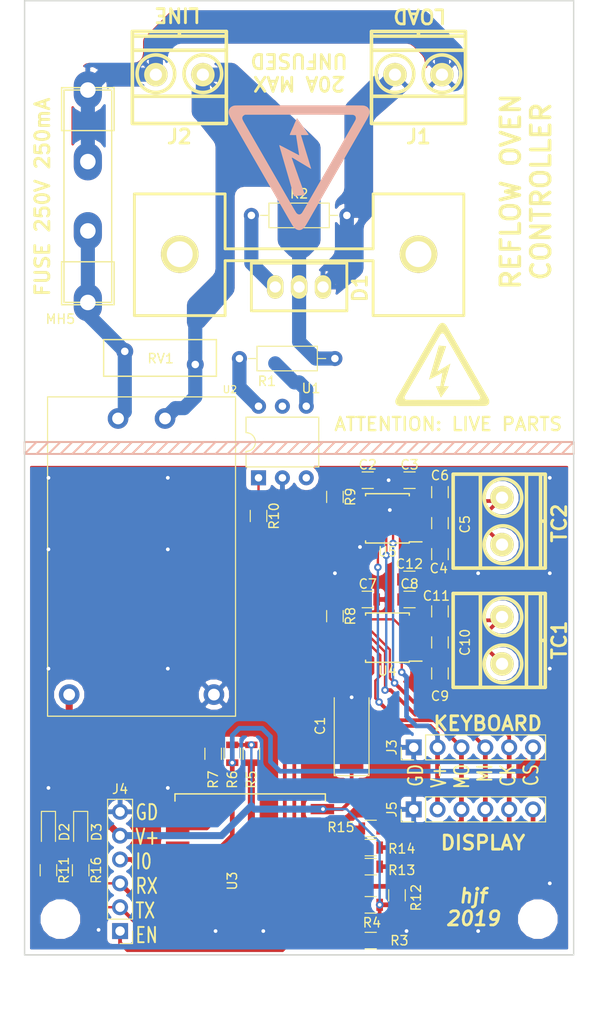
<source format=kicad_pcb>
(kicad_pcb (version 20171130) (host pcbnew "(5.0.2)-1")
  (layers (0 F.Cu signal) (31 B.Cu signal) (34 B.Paste user hide) (35 F.Paste user hide) (36 B.SilkS user) (37 F.SilkS user) (38 B.Mask user hide) (39 F.Mask user) (44 Edge.Cuts user))
  (net 0 "")
  (net 1 "Net-(D1-Pad3)")
  (net 2 /LOAD)
  (net 3 "Net-(R1-Pad2)")
  (net 4 VDD)
  (net 5 "Net-(R4-Pad1)")
  (net 6 GND)
  (net 7 "Net-(R13-Pad1)")
  (net 8 "Net-(R14-Pad1)")
  (net 9 "Net-(J4-Pad4)")
  (net 10 "Net-(J4-Pad3)")
  (net 11 "Net-(J4-Pad2)")
  (net 12 "Net-(J4-Pad1)")
  (net 13 MOSI)
  (net 14 MISO)
  (net 15 MCLK)
  (net 16 "Net-(C4-Pad2)")
  (net 17 "Net-(C5-Pad2)")
  (net 18 ~CS_T1)
  (net 19 "Net-(C10-Pad1)")
  (net 20 "Net-(C10-Pad2)")
  (net 21 ~CS_T2)
  (net 22 "Net-(R10-Pad2)")
  (net 23 "Net-(R10-Pad1)")
  (net 24 LIVE)
  (net 25 "Net-(F1-Pad2)")
  (net 26 NEUTRAL)
  (net 27 "Net-(D2-Pad2)")
  (net 28 "Net-(D3-Pad2)")
  (net 29 CS_AUX)
  (net 30 "Net-(J5-Pad6)")
  (net 31 "Net-(R15-Pad2)")
  (module w_to:to220_std_14cw (layer F.Cu) (at 151.13 50.8)
    (fp_text reference D1 (at 6.477 0.127 90) (layer F.SilkS) (effects (font (size 1.5 1.5) (thickness 0.3))))
    (fp_text value Q_TRIAC_A1A2G hide)
    (pad "" thru_hole circle (at -12.7 -3.49) (size 4 4) (drill 2.75) (layers *.Cu *.Mask F.SilkS))
    (pad "" thru_hole circle (at 12.7 -3.4925) (size 4 4) (drill 2.75) (layers *.Cu *.Mask F.SilkS))
    (pad 1 thru_hole oval (at -2.54 0) (size 1.75 2.5) (drill 1.2) (layers *.Cu *.Mask F.SilkS) (net 2 /LOAD))
    (pad 2 thru_hole oval (at 0 0) (size 1.75 2.5) (drill 1.2) (layers *.Cu *.Mask F.SilkS) (net 24 LIVE))
    (pad 3 thru_hole oval (at 2.54 0) (size 1.75 2.5) (drill 1.2) (layers *.Cu *.Mask F.SilkS) (net 1 "Net-(D1-Pad3)"))
  )
  (module Resistors_SMD:R_0805 (layer F.Cu) (at 166.116 85.344 90)
    (fp_text reference C11 (at 1.651 -0.381 180) (layer F.SilkS))
    (fp_text value C)
    (pad 2 smd rect (at 0.95 0 90) (size 0.7 1.3) (layers F.Cu F.Paste F.Mask) (net 6 GND))
    (pad 1 smd rect (at -0.95 0 90) (size 0.7 1.3) (layers F.Cu F.Paste F.Mask) (net 20 "Net-(C10-Pad2)"))
  )
  (module Resistors_SMD:R_0805 (layer F.Cu) (at 158.43 84.074)
    (fp_text reference C7 (at 0 -1.65) (layer F.SilkS))
    (fp_text value C)
    (pad 1 smd rect (at -0.95 0) (size 0.7 1.3) (layers F.Cu F.Paste F.Mask) (net 4 VDD))
    (pad 2 smd rect (at 0.95 0) (size 0.7 1.3) (layers F.Cu F.Paste F.Mask) (net 6 GND))
  )
  (module Resistors_SMD:R_0805 (layer F.Cu) (at 162.88 84.074)
    (fp_text reference C8 (at 0 -1.65) (layer F.SilkS))
    (fp_text value C)
    (pad 2 smd rect (at 0.95 0) (size 0.7 1.3) (layers F.Cu F.Paste F.Mask) (net 6 GND))
    (pad 1 smd rect (at -0.95 0) (size 0.7 1.3) (layers F.Cu F.Paste F.Mask) (net 4 VDD))
  )
  (module Resistors_SMD:R_0805 (layer F.Cu) (at 166.116 91.948 90)
    (fp_text reference C9 (at -2.413 0 180) (layer F.SilkS))
    (fp_text value C)
    (pad 1 smd rect (at -0.95 0 90) (size 0.7 1.3) (layers F.Cu F.Paste F.Mask) (net 6 GND))
    (pad 2 smd rect (at 0.95 0 90) (size 0.7 1.3) (layers F.Cu F.Paste F.Mask) (net 19 "Net-(C10-Pad1)"))
  )
  (module Housings_SSOP:TSSOP-14_4.4x5mm_Pitch0.65mm (layer F.Cu) (at 160.528 88.138 180)
    (fp_text reference U4 (at 0 -3.55 180) (layer F.SilkS))
    (fp_text value MAX31856)
    (pad 14 smd rect (at 2.95 -1.95 180) (size 1.45 0.45) (layers F.Cu F.Paste F.Mask) (net 6 GND))
    (pad 13 smd rect (at 2.95 -1.3 180) (size 1.45 0.45) (layers F.Cu F.Paste F.Mask))
    (pad 12 smd rect (at 2.95 -0.65 180) (size 1.45 0.45) (layers F.Cu F.Paste F.Mask) (net 13 MOSI))
    (pad 11 smd rect (at 2.95 0 180) (size 1.45 0.45) (layers F.Cu F.Paste F.Mask) (net 14 MISO))
    (pad 10 smd rect (at 2.95 0.65 180) (size 1.45 0.45) (layers F.Cu F.Paste F.Mask) (net 15 MCLK))
    (pad 9 smd rect (at 2.95 1.3 180) (size 1.45 0.45) (layers F.Cu F.Paste F.Mask) (net 21 ~CS_T2))
    (pad 8 smd rect (at 2.95 1.95 180) (size 1.45 0.45) (layers F.Cu F.Paste F.Mask) (net 4 VDD))
    (pad 7 smd rect (at -2.95 1.95 180) (size 1.45 0.45) (layers F.Cu F.Paste F.Mask))
    (pad 6 smd rect (at -2.95 1.3 180) (size 1.45 0.45) (layers F.Cu F.Paste F.Mask))
    (pad 5 smd rect (at -2.95 0.65 180) (size 1.45 0.45) (layers F.Cu F.Paste F.Mask) (net 4 VDD))
    (pad 4 smd rect (at -2.95 0 180) (size 1.45 0.45) (layers F.Cu F.Paste F.Mask) (net 20 "Net-(C10-Pad2)"))
    (pad 3 smd rect (at -2.95 -0.65 180) (size 1.45 0.45) (layers F.Cu F.Paste F.Mask) (net 19 "Net-(C10-Pad1)"))
    (pad 2 smd rect (at -2.95 -1.3 180) (size 1.45 0.45) (layers F.Cu F.Paste F.Mask) (net 19 "Net-(C10-Pad1)"))
    (pad 1 smd rect (at -2.95 -1.95 180) (size 1.45 0.45) (layers F.Cu F.Paste F.Mask) (net 6 GND))
  )
  (module Resistors_SMD:R_0805 (layer F.Cu) (at 166.116 88.646 90)
    (fp_text reference C10 (at 0 2.667 90) (layer F.SilkS))
    (fp_text value C)
    (pad 1 smd rect (at -0.95 0 90) (size 0.7 1.3) (layers F.Cu F.Paste F.Mask) (net 19 "Net-(C10-Pad1)"))
    (pad 2 smd rect (at 0.95 0 90) (size 0.7 1.3) (layers F.Cu F.Paste F.Mask) (net 20 "Net-(C10-Pad2)"))
  )
  (module w_conn_mkds:mkds_1,5-2 (layer F.Cu) (at 172.72 88.432 90)
    (fp_text reference J7 hide)
    (fp_text value Screw_Terminal_01x02 hide)
    (pad 2 thru_hole circle (at 2.5 0 90) (size 2.5 2.5) (drill 1.3) (layers *.Cu *.Mask F.SilkS) (net 20 "Net-(C10-Pad2)"))
    (pad 1 thru_hole circle (at -2.5 0 90) (size 2.5 2.5) (drill 1.3) (layers *.Cu *.Mask F.SilkS) (net 19 "Net-(C10-Pad1)"))
  )
  (module Pin_Headers:Pin_Header_Straight_1x06_Pitch2.54mm (layer F.Cu) (at 132.08 119.38 180)
    (fp_text reference J4 (at 0 15.113 180) (layer F.SilkS))
    (fp_text value Conn_01x06_Female)
    (pad 6 thru_hole oval (at 0 12.7 180) (size 1.7 1.7) (drill 1) (layers *.Cu *.Mask) (net 6 GND))
    (pad 5 thru_hole oval (at 0 10.16 180) (size 1.7 1.7) (drill 1) (layers *.Cu *.Mask) (net 4 VDD))
    (pad 4 thru_hole oval (at 0 7.62 180) (size 1.7 1.7) (drill 1) (layers *.Cu *.Mask) (net 9 "Net-(J4-Pad4)"))
    (pad 3 thru_hole oval (at 0 5.08 180) (size 1.7 1.7) (drill 1) (layers *.Cu *.Mask) (net 10 "Net-(J4-Pad3)"))
    (pad 2 thru_hole oval (at 0 2.54 180) (size 1.7 1.7) (drill 1) (layers *.Cu *.Mask) (net 11 "Net-(J4-Pad2)"))
    (pad 1 thru_hole rect (at 0 0 180) (size 1.7 1.7) (drill 1) (layers *.Cu *.Mask) (net 12 "Net-(J4-Pad1)"))
  )
  (module ESP8266:ESP-12E_SMD (layer F.Cu) (at 152.908 120.396 180)
    (fp_text reference U3 (at 8.89 6.35 270) (layer F.SilkS))
    (fp_text value ESP-12E hide)
    (pad 1 smd rect (at 0 0 180) (size 2.5 1.1) (drill (offset -0.7 0)) (layers F.Cu F.Paste F.Mask) (net 12 "Net-(J4-Pad1)"))
    (pad 2 smd rect (at 0 2 180) (size 2.5 1.1) (drill (offset -0.7 0)) (layers F.Cu F.Paste F.Mask))
    (pad 3 smd rect (at 0 4 180) (size 2.5 1.1) (drill (offset -0.7 0)) (layers F.Cu F.Paste F.Mask) (net 5 "Net-(R4-Pad1)"))
    (pad 4 smd rect (at 0 6 180) (size 2.5 1.1) (drill (offset -0.7 0)) (layers F.Cu F.Paste F.Mask) (net 30 "Net-(J5-Pad6)"))
    (pad 5 smd rect (at 0 8 180) (size 2.5 1.1) (drill (offset -0.7 0)) (layers F.Cu F.Paste F.Mask) (net 7 "Net-(R13-Pad1)"))
    (pad 6 smd rect (at 0 10 180) (size 2.5 1.1) (drill (offset -0.7 0)) (layers F.Cu F.Paste F.Mask) (net 8 "Net-(R14-Pad1)"))
    (pad 7 smd rect (at 0 12 180) (size 2.5 1.1) (drill (offset -0.7 0)) (layers F.Cu F.Paste F.Mask) (net 31 "Net-(R15-Pad2)"))
    (pad 8 smd rect (at 0 14 180) (size 2.5 1.1) (drill (offset -0.7 0)) (layers F.Cu F.Paste F.Mask) (net 4 VDD))
    (pad 9 smd rect (at 14 14 180) (size 2.5 1.1) (drill (offset 0.7 0)) (layers F.Cu F.Paste F.Mask) (net 6 GND))
    (pad 10 smd rect (at 14 12 180) (size 2.5 1.1) (drill (offset 0.7 0)) (layers F.Cu F.Paste F.Mask) (net 22 "Net-(R10-Pad2)"))
    (pad 11 smd rect (at 14 10 180) (size 2.5 1.1) (drill (offset 0.7 0)) (layers F.Cu F.Paste F.Mask) (net 29 CS_AUX))
    (pad 12 smd rect (at 14 8 180) (size 2.5 1.1) (drill (offset 0.7 0)) (layers F.Cu F.Paste F.Mask) (net 9 "Net-(J4-Pad4)"))
    (pad 13 smd rect (at 14 6 180) (size 2.5 1.1) (drill (offset 0.7 0)) (layers F.Cu F.Paste F.Mask) (net 18 ~CS_T1))
    (pad 14 smd rect (at 14 4 180) (size 2.5 1.1) (drill (offset 0.7 0)) (layers F.Cu F.Paste F.Mask) (net 21 ~CS_T2))
    (pad 15 smd rect (at 14 2 180) (size 2.5 1.1) (drill (offset 0.7 0)) (layers F.Cu F.Paste F.Mask) (net 10 "Net-(J4-Pad3)"))
    (pad 16 smd rect (at 14 0 180) (size 2.5 1.1) (drill (offset 0.7 0)) (layers F.Cu F.Paste F.Mask) (net 11 "Net-(J4-Pad2)"))
    (pad 17 smd rect (at 1.99 15 270) (size 2.5 1.1) (drill (offset -0.7 0)) (layers Eco2.User))
    (pad 18 smd rect (at 3.99 15 270) (size 2.5 1.1) (drill (offset -0.7 0)) (layers Eco2.User))
    (pad 19 smd rect (at 5.99 15 270) (size 2.5 1.1) (drill (offset -0.7 0)) (layers Eco2.User))
    (pad 20 smd rect (at 7.99 15 270) (size 2.5 1.1) (drill (offset -0.7 0)) (layers Eco2.User))
    (pad 21 smd rect (at 9.99 15 270) (size 2.5 1.1) (drill (offset -0.7 0)) (layers Eco2.User))
    (pad 22 smd rect (at 11.99 15 270) (size 2.5 1.1) (drill (offset -0.7 0)) (layers Eco2.User))
  )
  (module w_conn_mkds:mkds_1,5-2 (layer F.Cu) (at 163.83 28.194 180)
    (fp_text reference J1 (at 0 -6.6 180) (layer F.SilkS) (effects (font (size 1.5 1.5) (thickness 0.3))))
    (fp_text value Screw_Terminal_01x02 hide)
    (pad 2 thru_hole circle (at 2.5 0 180) (size 2.5 2.5) (drill 1.3) (layers *.Cu *.Mask F.SilkS) (net 2 /LOAD))
    (pad 1 thru_hole circle (at -2.5 0 180) (size 2.5 2.5) (drill 1.3) (layers *.Cu *.Mask F.SilkS) (net 26 NEUTRAL))
  )
  (module w_conn_mkds:mkds_1,5-2 (layer F.Cu) (at 138.39 28.194 180)
    (fp_text reference J2 (at 0 -6.6 180) (layer F.SilkS) (effects (font (size 1.5 1.5) (thickness 0.3))))
    (fp_text value Screw_Terminal_01x02 hide)
    (pad 1 thru_hole circle (at -2.5 0 180) (size 2.5 2.5) (drill 1.3) (layers *.Cu *.Mask F.SilkS) (net 24 LIVE))
    (pad 2 thru_hole circle (at 2.5 0 180) (size 2.5 2.5) (drill 1.3) (layers *.Cu *.Mask F.SilkS) (net 26 NEUTRAL))
  )
  (module Housings_DIP:DIP-6_W7.62mm (layer F.Cu) (at 146.812 71.12 90)
    (fp_text reference U1 (at 9.525 5.588 180) (layer F.SilkS))
    (fp_text value MOC3063M)
    (pad 6 thru_hole oval (at 7.62 0 90) (size 1.6 1.6) (drill 0.8) (layers *.Cu *.Mask) (net 3 "Net-(R1-Pad2)"))
    (pad 3 thru_hole oval (at 0 5.08 90) (size 1.6 1.6) (drill 0.8) (layers *.Cu *.Mask))
    (pad 5 thru_hole oval (at 7.62 2.54 90) (size 1.6 1.6) (drill 0.8) (layers *.Cu *.Mask))
    (pad 2 thru_hole oval (at 0 2.54 90) (size 1.6 1.6) (drill 0.8) (layers *.Cu *.Mask) (net 6 GND))
    (pad 4 thru_hole oval (at 7.62 5.08 90) (size 1.6 1.6) (drill 0.8) (layers *.Cu *.Mask) (net 1 "Net-(D1-Pad3)"))
    (pad 1 thru_hole rect (at 0 0 90) (size 1.6 1.6) (drill 0.8) (layers *.Cu *.Mask) (net 23 "Net-(R10-Pad1)"))
  )
  (module Resistors_THT:R_Axial_DIN0207_L6.3mm_D2.5mm_P10.16mm_Horizontal (layer F.Cu) (at 154.94 58.42 180)
    (fp_text reference R1 (at 7.239 -2.413 180) (layer F.SilkS))
    (fp_text value R)
    (pad 2 thru_hole oval (at 10.16 0 180) (size 1.6 1.6) (drill 0.8) (layers *.Cu *.Mask) (net 3 "Net-(R1-Pad2)"))
    (pad 1 thru_hole circle (at 0 0 180) (size 1.6 1.6) (drill 0.8) (layers *.Cu *.Mask) (net 24 LIVE))
  )
  (module Resistors_THT:R_Axial_DIN0207_L6.3mm_D2.5mm_P10.16mm_Horizontal (layer F.Cu) (at 146.05 43.18)
    (fp_text reference R2 (at 5.08 -2.31) (layer F.SilkS))
    (fp_text value R)
    (pad 1 thru_hole circle (at 0 0) (size 1.6 1.6) (drill 0.8) (layers *.Cu *.Mask) (net 1 "Net-(D1-Pad3)"))
    (pad 2 thru_hole oval (at 10.16 0) (size 1.6 1.6) (drill 0.8) (layers *.Cu *.Mask) (net 2 /LOAD))
  )
  (module Power_Supply:HLK-PM03 (layer F.Cu) (at 134.366 79.502 270)
    (fp_text reference U2 (at -17.78 -9.398) (layer F.SilkS) (effects (font (size 0.762 0.762) (thickness 0.127))))
    (fp_text value HLK-PM03)
    (pad 1 thru_hole circle (at -14.7 -2.5 270) (size 2.2 2.2) (drill 1.25) (layers *.Cu *.Mask) (net 24 LIVE))
    (pad 2 thru_hole circle (at -14.7 2.5 270) (size 2.2 2.2) (drill 1.25) (layers *.Cu *.Mask) (net 25 "Net-(F1-Pad2)"))
    (pad 3 thru_hole circle (at 14.7 -7.7 270) (size 2.2 2.2) (drill 1.25) (layers *.Cu *.Mask) (net 6 GND))
    (pad 4 thru_hole circle (at 14.7 7.7 270) (size 2.2 2.2) (drill 1.25) (layers *.Cu *.Mask) (net 4 VDD))
  )
  (module Pin_Headers:Pin_Header_Straight_1x06_Pitch2.54mm (layer F.Cu) (at 163.322 99.822 90)
    (fp_text reference J3 (at 0 -2.33 90) (layer F.SilkS))
    (fp_text value Conn_01x06_Female)
    (pad 6 thru_hole oval (at 0 12.7 90) (size 1.7 1.7) (drill 1) (layers *.Cu *.Mask) (net 29 CS_AUX))
    (pad 5 thru_hole oval (at 0 10.16 90) (size 1.7 1.7) (drill 1) (layers *.Cu *.Mask) (net 15 MCLK))
    (pad 4 thru_hole oval (at 0 7.62 90) (size 1.7 1.7) (drill 1) (layers *.Cu *.Mask) (net 14 MISO))
    (pad 3 thru_hole oval (at 0 5.08 90) (size 1.7 1.7) (drill 1) (layers *.Cu *.Mask) (net 13 MOSI))
    (pad 2 thru_hole oval (at 0 2.54 90) (size 1.7 1.7) (drill 1) (layers *.Cu *.Mask) (net 4 VDD))
    (pad 1 thru_hole rect (at 0 0 90) (size 1.7 1.7) (drill 1) (layers *.Cu *.Mask) (net 6 GND))
  )
  (module Capacitors_Tantalum_SMD:CP_Tantalum_Case-C_EIA-6032-28_Hand (layer F.Cu) (at 156.718 97.536 90)
    (fp_text reference C1 (at 0 -3.35 90) (layer F.SilkS))
    (fp_text value C)
    (pad 2 smd rect (at 3.125 0 90) (size 3.75 2.5) (layers F.Cu F.Paste F.Mask) (net 6 GND))
    (pad 1 smd rect (at -3.125 0 90) (size 3.75 2.5) (layers F.Cu F.Paste F.Mask) (net 4 VDD))
  )
  (module Pin_Headers:Pin_Header_Straight_1x06_Pitch2.54mm (layer F.Cu) (at 163.322 106.426 90)
    (fp_text reference J5 (at 0 -2.33 90) (layer F.SilkS))
    (fp_text value Conn_01x06_Female)
    (pad 6 thru_hole oval (at 0 12.7 90) (size 1.7 1.7) (drill 1) (layers *.Cu *.Mask) (net 30 "Net-(J5-Pad6)"))
    (pad 5 thru_hole oval (at 0 10.16 90) (size 1.7 1.7) (drill 1) (layers *.Cu *.Mask) (net 15 MCLK))
    (pad 4 thru_hole oval (at 0 7.62 90) (size 1.7 1.7) (drill 1) (layers *.Cu *.Mask) (net 14 MISO))
    (pad 3 thru_hole oval (at 0 5.08 90) (size 1.7 1.7) (drill 1) (layers *.Cu *.Mask) (net 13 MOSI))
    (pad 2 thru_hole oval (at 0 2.54 90) (size 1.7 1.7) (drill 1) (layers *.Cu *.Mask) (net 4 VDD))
    (pad 1 thru_hole rect (at 0 0 90) (size 1.7 1.7) (drill 1) (layers *.Cu *.Mask) (net 6 GND))
  )
  (module Housings_SSOP:TSSOP-14_4.4x5mm_Pitch0.65mm (layer F.Cu) (at 160.528 75.438 180)
    (fp_text reference U5 (at 0 -3.55 180) (layer F.SilkS))
    (fp_text value MAX31856)
    (pad 1 smd rect (at -2.95 -1.95 180) (size 1.45 0.45) (layers F.Cu F.Paste F.Mask) (net 6 GND))
    (pad 2 smd rect (at -2.95 -1.3 180) (size 1.45 0.45) (layers F.Cu F.Paste F.Mask) (net 16 "Net-(C4-Pad2)"))
    (pad 3 smd rect (at -2.95 -0.65 180) (size 1.45 0.45) (layers F.Cu F.Paste F.Mask) (net 16 "Net-(C4-Pad2)"))
    (pad 4 smd rect (at -2.95 0 180) (size 1.45 0.45) (layers F.Cu F.Paste F.Mask) (net 17 "Net-(C5-Pad2)"))
    (pad 5 smd rect (at -2.95 0.65 180) (size 1.45 0.45) (layers F.Cu F.Paste F.Mask) (net 4 VDD))
    (pad 6 smd rect (at -2.95 1.3 180) (size 1.45 0.45) (layers F.Cu F.Paste F.Mask))
    (pad 7 smd rect (at -2.95 1.95 180) (size 1.45 0.45) (layers F.Cu F.Paste F.Mask))
    (pad 8 smd rect (at 2.95 1.95 180) (size 1.45 0.45) (layers F.Cu F.Paste F.Mask) (net 4 VDD))
    (pad 9 smd rect (at 2.95 1.3 180) (size 1.45 0.45) (layers F.Cu F.Paste F.Mask) (net 18 ~CS_T1))
    (pad 10 smd rect (at 2.95 0.65 180) (size 1.45 0.45) (layers F.Cu F.Paste F.Mask) (net 15 MCLK))
    (pad 11 smd rect (at 2.95 0 180) (size 1.45 0.45) (layers F.Cu F.Paste F.Mask) (net 14 MISO))
    (pad 12 smd rect (at 2.95 -0.65 180) (size 1.45 0.45) (layers F.Cu F.Paste F.Mask) (net 13 MOSI))
    (pad 13 smd rect (at 2.95 -1.3 180) (size 1.45 0.45) (layers F.Cu F.Paste F.Mask))
    (pad 14 smd rect (at 2.95 -1.95 180) (size 1.45 0.45) (layers F.Cu F.Paste F.Mask) (net 6 GND))
  )
  (module w_conn_mkds:mkds_1,5-2 (layer F.Cu) (at 172.72 75.732 90)
    (fp_text reference J6 hide)
    (fp_text value Screw_Terminal_01x02 hide)
    (pad 1 thru_hole circle (at -2.5 0 90) (size 2.5 2.5) (drill 1.3) (layers *.Cu *.Mask F.SilkS) (net 16 "Net-(C4-Pad2)"))
    (pad 2 thru_hole circle (at 2.5 0 90) (size 2.5 2.5) (drill 1.3) (layers *.Cu *.Mask F.SilkS) (net 17 "Net-(C5-Pad2)"))
  )
  (module Resistors_SMD:R_0805 (layer F.Cu) (at 158.43 71.374)
    (fp_text reference C2 (at 0 -1.65) (layer F.SilkS))
    (fp_text value C)
    (pad 2 smd rect (at 0.95 0) (size 0.7 1.3) (layers F.Cu F.Paste F.Mask) (net 6 GND))
    (pad 1 smd rect (at -0.95 0) (size 0.7 1.3) (layers F.Cu F.Paste F.Mask) (net 4 VDD))
  )
  (module Resistors_SMD:R_0805 (layer F.Cu) (at 162.88 71.374)
    (fp_text reference C3 (at 0 -1.65) (layer F.SilkS))
    (fp_text value C)
    (pad 1 smd rect (at -0.95 0) (size 0.7 1.3) (layers F.Cu F.Paste F.Mask) (net 4 VDD))
    (pad 2 smd rect (at 0.95 0) (size 0.7 1.3) (layers F.Cu F.Paste F.Mask) (net 6 GND))
  )
  (module Resistors_SMD:R_0805 (layer F.Cu) (at 166.116 79.248 90)
    (fp_text reference C4 (at -1.524 -0.127 180) (layer F.SilkS))
    (fp_text value C)
    (pad 2 smd rect (at 0.95 0 90) (size 0.7 1.3) (layers F.Cu F.Paste F.Mask) (net 16 "Net-(C4-Pad2)"))
    (pad 1 smd rect (at -0.95 0 90) (size 0.7 1.3) (layers F.Cu F.Paste F.Mask) (net 6 GND))
  )
  (module Resistors_SMD:R_0805 (layer F.Cu) (at 166.116 75.946 90)
    (fp_text reference C5 (at -0.127 2.667 90) (layer F.SilkS))
    (fp_text value C)
    (pad 2 smd rect (at 0.95 0 90) (size 0.7 1.3) (layers F.Cu F.Paste F.Mask) (net 17 "Net-(C5-Pad2)"))
    (pad 1 smd rect (at -0.95 0 90) (size 0.7 1.3) (layers F.Cu F.Paste F.Mask) (net 16 "Net-(C4-Pad2)"))
  )
  (module Resistors_SMD:R_0805 (layer F.Cu) (at 166.116 72.644 90)
    (fp_text reference C6 (at 1.778 0 180) (layer F.SilkS))
    (fp_text value C)
    (pad 1 smd rect (at -0.95 0 90) (size 0.7 1.3) (layers F.Cu F.Paste F.Mask) (net 17 "Net-(C5-Pad2)"))
    (pad 2 smd rect (at 0.95 0 90) (size 0.7 1.3) (layers F.Cu F.Paste F.Mask) (net 6 GND))
  )
  (module Resistors_SMD:R_0805 (layer F.Cu) (at 158.75 120.396)
    (fp_text reference R3 (at 3.048 0) (layer F.SilkS))
    (fp_text value R)
    (pad 2 smd rect (at 0.95 0) (size 0.7 1.3) (layers F.Cu F.Paste F.Mask) (net 4 VDD))
    (pad 1 smd rect (at -0.95 0) (size 0.7 1.3) (layers F.Cu F.Paste F.Mask) (net 12 "Net-(J4-Pad1)"))
  )
  (module Resistors_SMD:R_0805 (layer F.Cu) (at 158.75 116.586)
    (fp_text reference R4 (at 0.127 1.905) (layer F.SilkS))
    (fp_text value R)
    (pad 1 smd rect (at -0.95 0) (size 0.7 1.3) (layers F.Cu F.Paste F.Mask) (net 5 "Net-(R4-Pad1)"))
    (pad 2 smd rect (at 0.95 0) (size 0.7 1.3) (layers F.Cu F.Paste F.Mask) (net 4 VDD))
  )
  (module Resistors_SMD:R_0805 (layer F.Cu) (at 146.05 100.504 270)
    (fp_text reference R5 (at 2.747 0 270) (layer F.SilkS))
    (fp_text value R)
    (pad 2 smd rect (at 0.95 0 270) (size 0.7 1.3) (layers F.Cu F.Paste F.Mask) (net 9 "Net-(J4-Pad4)"))
    (pad 1 smd rect (at -0.95 0 270) (size 0.7 1.3) (layers F.Cu F.Paste F.Mask) (net 4 VDD))
  )
  (module Resistors_SMD:R_0805 (layer F.Cu) (at 144.018 100.504 270)
    (fp_text reference R6 (at 2.747 0 270) (layer F.SilkS))
    (fp_text value R)
    (pad 1 smd rect (at -0.95 0 270) (size 0.7 1.3) (layers F.Cu F.Paste F.Mask) (net 4 VDD))
    (pad 2 smd rect (at 0.95 0 270) (size 0.7 1.3) (layers F.Cu F.Paste F.Mask) (net 29 CS_AUX))
  )
  (module Resistors_SMD:R_0805 (layer F.Cu) (at 141.986 100.504 270)
    (fp_text reference R7 (at 2.747 0 270) (layer F.SilkS))
    (fp_text value R)
    (pad 2 smd rect (at 0.95 0 270) (size 0.7 1.3) (layers F.Cu F.Paste F.Mask) (net 22 "Net-(R10-Pad2)"))
    (pad 1 smd rect (at -0.95 0 270) (size 0.7 1.3) (layers F.Cu F.Paste F.Mask) (net 6 GND))
  )
  (module Resistors_SMD:R_0805 (layer F.Cu) (at 161.544 115.57 270)
    (fp_text reference R12 (at 0.254 -2.032 270) (layer F.SilkS))
    (fp_text value R)
    (pad 1 smd rect (at -0.95 0 270) (size 0.7 1.3) (layers F.Cu F.Paste F.Mask) (net 30 "Net-(J5-Pad6)"))
    (pad 2 smd rect (at 0.95 0 270) (size 0.7 1.3) (layers F.Cu F.Paste F.Mask) (net 4 VDD))
  )
  (module Resistors_SMD:R_0805 (layer F.Cu) (at 158.75 112.522)
    (fp_text reference R13 (at 3.302 0.381) (layer F.SilkS))
    (fp_text value R)
    (pad 2 smd rect (at 0.95 0) (size 0.7 1.3) (layers F.Cu F.Paste F.Mask) (net 15 MCLK))
    (pad 1 smd rect (at -0.95 0) (size 0.7 1.3) (layers F.Cu F.Paste F.Mask) (net 7 "Net-(R13-Pad1)"))
  )
  (module Resistors_SMD:R_0805 (layer F.Cu) (at 158.75 110.49)
    (fp_text reference R14 (at 3.302 0.127) (layer F.SilkS))
    (fp_text value R)
    (pad 1 smd rect (at -0.95 0) (size 0.7 1.3) (layers F.Cu F.Paste F.Mask) (net 8 "Net-(R14-Pad1)"))
    (pad 2 smd rect (at 0.95 0) (size 0.7 1.3) (layers F.Cu F.Paste F.Mask) (net 14 MISO))
  )
  (module Resistors_SMD:R_0805 (layer F.Cu) (at 158.75 108.458 180)
    (fp_text reference R15 (at 3.175 0.127 180) (layer F.SilkS))
    (fp_text value R)
    (pad 2 smd rect (at 0.95 0 180) (size 0.7 1.3) (layers F.Cu F.Paste F.Mask) (net 31 "Net-(R15-Pad2)"))
    (pad 1 smd rect (at -0.95 0 180) (size 0.7 1.3) (layers F.Cu F.Paste F.Mask) (net 13 MOSI))
  )
  (module Resistors_SMD:R_0805 (layer F.Cu) (at 154.94 85.852 270)
    (fp_text reference R8 (at 0 -1.65 270) (layer F.SilkS))
    (fp_text value R)
    (pad 2 smd rect (at 0.95 0 270) (size 0.7 1.3) (layers F.Cu F.Paste F.Mask) (net 21 ~CS_T2))
    (pad 1 smd rect (at -0.95 0 270) (size 0.7 1.3) (layers F.Cu F.Paste F.Mask) (net 4 VDD))
  )
  (module Resistors_SMD:R_0805 (layer F.Cu) (at 154.94 73.152 270)
    (fp_text reference R9 (at 0 -1.65 270) (layer F.SilkS))
    (fp_text value R)
    (pad 1 smd rect (at -0.95 0 270) (size 0.7 1.3) (layers F.Cu F.Paste F.Mask) (net 4 VDD))
    (pad 2 smd rect (at 0.95 0 270) (size 0.7 1.3) (layers F.Cu F.Paste F.Mask) (net 18 ~CS_T1))
  )
  (module Resistors_SMD:R_0805 (layer F.Cu) (at 146.812 75.184 270)
    (fp_text reference R10 (at 0 -1.65 270) (layer F.SilkS))
    (fp_text value R)
    (pad 2 smd rect (at 0.95 0 270) (size 0.7 1.3) (layers F.Cu F.Paste F.Mask) (net 22 "Net-(R10-Pad2)"))
    (pad 1 smd rect (at -0.95 0 270) (size 0.7 1.3) (layers F.Cu F.Paste F.Mask) (net 23 "Net-(R10-Pad1)"))
  )
  (module Mounting_Holes:MountingHole_3.2mm_M3 (layer F.Cu) (at 176.53 24.13)
    (fp_text reference MH1 hide)
    (fp_text value MountingHole)
    (pad 1 np_thru_hole circle (at 0 0) (size 3.2 3.2) (drill 3.2) (layers *.Cu *.Mask))
  )
  (module Mounting_Holes:MountingHole_3.2mm_M3 (layer F.Cu) (at 125.73 118.11)
    (fp_text reference MH2 hide)
    (fp_text value MountingHole)
    (pad 1 np_thru_hole circle (at 0 0) (size 3.2 3.2) (drill 3.2) (layers *.Cu *.Mask))
  )
  (module Mounting_Holes:MountingHole_3.2mm_M3 (layer F.Cu) (at 125.73 24.13)
    (fp_text reference MH3 hide)
    (fp_text value MountingHole)
    (pad 1 np_thru_hole circle (at 0 0) (size 3.2 3.2) (drill 3.2) (layers *.Cu *.Mask))
  )
  (module Mounting_Holes:MountingHole_3.2mm_M3 (layer F.Cu) (at 176.53 58.42)
    (fp_text reference MH4 hide)
    (fp_text value MountingHole)
    (pad 1 np_thru_hole circle (at 0 0) (size 3.2 3.2) (drill 3.2) (layers *.Cu *.Mask))
  )
  (module Mounting_Holes:MountingHole_3.2mm_M3 (layer F.Cu) (at 125.73 58.42)
    (fp_text reference MH5 (at 0 -4.2) (layer F.SilkS))
    (fp_text value MountingHole)
    (pad 1 np_thru_hole circle (at 0 0) (size 3.2 3.2) (drill 3.2) (layers *.Cu *.Mask))
  )
  (module Mounting_Holes:MountingHole_3.2mm_M3 (layer F.Cu) (at 176.53 118.11)
    (fp_text reference MH6 hide)
    (fp_text value MountingHole)
    (pad 1 np_thru_hole circle (at 0 0) (size 3.2 3.2) (drill 3.2) (layers *.Cu *.Mask))
  )
  (module fc211:FC-211 (layer F.Cu) (at 128.651 33.641 270)
    (fp_text reference F1 hide)
    (fp_text value Fuse)
    (pad 1 thru_hole oval (at -3.81 0 270) (size 4 3) (drill 1.65) (layers *.Cu *.Mask) (net 26 NEUTRAL))
    (pad 1 thru_hole oval (at 3.81 0 270) (size 4 3) (drill 1.65) (layers *.Cu *.Mask) (net 26 NEUTRAL))
    (pad 2 thru_hole oval (at 11.19 0 270) (size 4 3) (drill 1.65) (layers *.Cu *.Mask) (net 25 "Net-(F1-Pad2)"))
    (pad 2 thru_hole oval (at 18.81 0 270) (size 4 3) (drill 1.65) (layers *.Cu *.Mask) (net 25 "Net-(F1-Pad2)"))
  )
  (module Varistors:RV_Disc_D12_W3.9_P7.5 (layer F.Cu) (at 140.081 59.055 180)
    (fp_text reference RV1 (at 3.683 0.635 180) (layer F.SilkS))
    (fp_text value Varistor)
    (pad 2 thru_hole circle (at 7.5 1.4 180) (size 1.8 1.8) (drill 0.8) (layers *.Cu *.Mask) (net 25 "Net-(F1-Pad2)"))
    (pad 1 thru_hole circle (at 0 0 180) (size 1.8 1.8) (drill 0.8) (layers *.Cu *.Mask) (net 24 LIVE))
  )
  (module Resistors_SMD:R_0805 (layer F.Cu) (at 124.46 112.903 270)
    (fp_text reference R11 (at 0 -1.65 270) (layer F.SilkS))
    (fp_text value R)
    (pad 2 smd rect (at 0.95 0 270) (size 0.7 1.3) (layers F.Cu F.Paste F.Mask) (net 11 "Net-(J4-Pad2)"))
    (pad 1 smd rect (at -0.95 0 270) (size 0.7 1.3) (layers F.Cu F.Paste F.Mask) (net 27 "Net-(D2-Pad2)"))
  )
  (module Resistors_SMD:R_0805 (layer F.Cu) (at 127.889 112.903 270)
    (fp_text reference R16 (at 0 -1.65 270) (layer F.SilkS))
    (fp_text value R)
    (pad 1 smd rect (at -0.95 0 270) (size 0.7 1.3) (layers F.Cu F.Paste F.Mask) (net 28 "Net-(D3-Pad2)"))
    (pad 2 smd rect (at 0.95 0 270) (size 0.7 1.3) (layers F.Cu F.Paste F.Mask) (net 10 "Net-(J4-Pad3)"))
  )
  (module shock:shock15mm2 (layer F.Cu) (at 151.13 38.1 180)
    (fp_text reference G*** hide)
    (fp_text value LOGO hide)
  )
  (module LEDs:LED_0805_HandSoldering (layer F.Cu) (at 124.46 108.839 270)
    (fp_text reference D2 (at 0 -1.7 270) (layer F.SilkS))
    (fp_text value LED_ALT)
    (pad 1 smd rect (at -1.35 0 270) (size 1.5 1.3) (layers F.Cu F.Paste F.Mask) (net 6 GND))
    (pad 2 smd rect (at 1.35 0 270) (size 1.5 1.3) (layers F.Cu F.Paste F.Mask) (net 27 "Net-(D2-Pad2)"))
  )
  (module LEDs:LED_0805_HandSoldering (layer F.Cu) (at 127.889 108.839 270)
    (fp_text reference D3 (at 0 -1.7 270) (layer F.SilkS))
    (fp_text value LED_ALT)
    (pad 2 smd rect (at 1.35 0 270) (size 1.5 1.3) (layers F.Cu F.Paste F.Mask) (net 28 "Net-(D3-Pad2)"))
    (pad 1 smd rect (at -1.35 0 270) (size 1.5 1.3) (layers F.Cu F.Paste F.Mask) (net 6 GND))
  )
  (module shock:SHOCK10X10 (layer F.Cu) (at 166.37 59.055)
    (fp_text reference G*** hide)
    (fp_text value LOGO hide)
  )
  (module Resistors_SMD:R_0805 (layer F.Cu) (at 162.8648 81.9404)
    (fp_text reference C12 (at 0 -1.65) (layer F.SilkS))
    (fp_text value C)
    (pad 2 smd rect (at 0.95 0) (size 0.7 1.3) (layers F.Cu F.Paste F.Mask) (net 6 GND))
    (pad 1 smd rect (at -0.95 0) (size 0.7 1.3) (layers F.Cu F.Paste F.Mask) (net 4 VDD))
  )
  (gr_text "FUSE 250V 250mA " (at 123.825 40.64 90) (layer F.SilkS) (effects (font (size 1.5 1.5) (thickness 0.3))))
  (gr_text "20A MAX\nUNFUSED" (at 151.13 27.94 180) (layer F.SilkS) (effects (font (size 1.5 1.5) (thickness 0.3))))
  (gr_text "ATTENTION: LIVE PARTS" (at 167.005 65.405) (layer F.SilkS) (effects (font (size 1.4 1.4) (thickness 0.25))))
  (gr_line (start 179.07 68.58) (end 180.34 67.31) (layer F.SilkS) (width 0.2))
  (gr_line (start 177.8 68.58) (end 179.07 67.31) (layer F.SilkS) (width 0.2))
  (gr_line (start 176.53 68.58) (end 177.8 67.31) (layer F.SilkS) (width 0.2))
  (gr_line (start 175.26 68.58) (end 176.53 67.31) (layer F.SilkS) (width 0.2))
  (gr_line (start 173.99 68.58) (end 175.26 67.31) (layer F.SilkS) (width 0.2))
  (gr_line (start 172.72 68.58) (end 173.99 67.31) (layer F.SilkS) (width 0.2))
  (gr_line (start 171.45 68.58) (end 172.72 67.31) (layer F.SilkS) (width 0.2))
  (gr_line (start 170.18 68.58) (end 171.45 67.31) (layer F.SilkS) (width 0.2))
  (gr_line (start 168.91 68.58) (end 170.18 67.31) (layer F.SilkS) (width 0.2))
  (gr_line (start 167.64 68.58) (end 168.91 67.31) (layer F.SilkS) (width 0.2))
  (gr_line (start 166.37 68.58) (end 167.64 67.31) (layer F.SilkS) (width 0.2))
  (gr_line (start 165.1 68.58) (end 166.37 67.31) (layer F.SilkS) (width 0.2))
  (gr_line (start 163.83 68.58) (end 165.1 67.31) (layer F.SilkS) (width 0.2))
  (gr_line (start 162.56 68.58) (end 163.83 67.31) (layer F.SilkS) (width 0.2))
  (gr_line (start 161.29 68.58) (end 162.56 67.31) (layer F.SilkS) (width 0.2))
  (gr_line (start 160.02 68.58) (end 161.29 67.31) (layer F.SilkS) (width 0.2))
  (gr_line (start 158.75 68.58) (end 160.02 67.31) (layer F.SilkS) (width 0.2))
  (gr_line (start 157.48 68.58) (end 158.75 67.31) (layer F.SilkS) (width 0.2))
  (gr_line (start 156.21 68.58) (end 157.48 67.31) (layer F.SilkS) (width 0.2))
  (gr_line (start 154.94 68.58) (end 156.21 67.31) (layer F.SilkS) (width 0.2))
  (gr_line (start 153.67 68.58) (end 154.94 67.31) (layer F.SilkS) (width 0.2))
  (gr_line (start 152.4 68.58) (end 153.67 67.31) (layer F.SilkS) (width 0.2))
  (gr_line (start 151.13 68.58) (end 152.4 67.31) (layer F.SilkS) (width 0.2))
  (gr_line (start 149.86 68.58) (end 151.13 67.31) (layer F.SilkS) (width 0.2))
  (gr_line (start 148.59 68.58) (end 149.86 67.31) (layer F.SilkS) (width 0.2))
  (gr_line (start 147.32 68.58) (end 148.59 67.31) (layer F.SilkS) (width 0.2))
  (gr_line (start 146.05 68.58) (end 147.32 67.31) (layer F.SilkS) (width 0.2))
  (gr_line (start 144.78 68.58) (end 146.05 67.31) (layer F.SilkS) (width 0.2))
  (gr_line (start 143.51 68.58) (end 144.78 67.31) (layer F.SilkS) (width 0.2))
  (gr_line (start 142.24 68.58) (end 143.51 67.31) (layer F.SilkS) (width 0.2))
  (gr_line (start 140.97 68.58) (end 142.24 67.31) (layer F.SilkS) (width 0.2))
  (gr_line (start 139.7 68.58) (end 140.97 67.31) (layer F.SilkS) (width 0.2))
  (gr_line (start 138.43 68.58) (end 139.7 67.31) (layer F.SilkS) (width 0.2))
  (gr_line (start 137.16 68.58) (end 138.43 67.31) (layer F.SilkS) (width 0.2))
  (gr_line (start 135.89 68.58) (end 137.16 67.31) (layer F.SilkS) (width 0.2))
  (gr_line (start 134.62 68.58) (end 135.89 67.31) (layer F.SilkS) (width 0.2))
  (gr_line (start 133.35 68.58) (end 134.62 67.31) (layer F.SilkS) (width 0.2))
  (gr_line (start 132.08 68.58) (end 133.35 67.31) (layer F.SilkS) (width 0.2))
  (gr_line (start 130.81 68.58) (end 132.08 67.31) (layer F.SilkS) (width 0.2))
  (gr_line (start 129.54 68.58) (end 130.81 67.31) (layer F.SilkS) (width 0.2))
  (gr_line (start 128.27 68.58) (end 129.54 67.31) (layer F.SilkS) (width 0.2))
  (gr_line (start 127 68.58) (end 128.27 67.31) (layer F.SilkS) (width 0.2))
  (gr_line (start 125.73 68.58) (end 127 67.31) (layer F.SilkS) (width 0.2))
  (gr_line (start 124.46 68.58) (end 125.73 67.31) (layer F.SilkS) (width 0.2))
  (gr_line (start 123.19 68.58) (end 124.46 67.31) (layer F.SilkS) (width 0.2))
  (gr_line (start 121.92 68.58) (end 123.19 67.31) (layer F.SilkS) (width 0.2))
  (gr_line (start 121.92 67.31) (end 121.92 68.58) (layer F.SilkS) (width 0.2))
  (gr_line (start 121.92 68.58) (end 121.92 67.31) (layer F.SilkS) (width 0.2))
  (gr_line (start 180.34 68.58) (end 121.92 68.58) (layer F.SilkS) (width 0.2))
  (gr_line (start 180.34 67.31) (end 180.34 68.58) (layer F.SilkS) (width 0.2))
  (gr_line (start 121.92 67.31) (end 180.34 67.31) (layer F.SilkS) (width 0.2))
  (gr_line (start 179.07 68.58) (end 180.34 67.31) (layer B.SilkS) (width 0.2))
  (gr_line (start 177.8 68.58) (end 179.07 67.31) (layer B.SilkS) (width 0.2))
  (gr_line (start 176.53 68.58) (end 177.8 67.31) (layer B.SilkS) (width 0.2))
  (gr_line (start 175.26 68.58) (end 176.53 67.31) (layer B.SilkS) (width 0.2))
  (gr_line (start 173.99 68.58) (end 175.26 67.31) (layer B.SilkS) (width 0.2))
  (gr_line (start 172.72 68.58) (end 173.99 67.31) (layer B.SilkS) (width 0.2))
  (gr_line (start 171.45 68.58) (end 172.72 67.31) (layer B.SilkS) (width 0.2))
  (gr_line (start 170.18 68.58) (end 171.45 67.31) (layer B.SilkS) (width 0.2))
  (gr_line (start 168.91 68.58) (end 170.18 67.31) (layer B.SilkS) (width 0.2))
  (gr_line (start 167.64 68.58) (end 168.91 67.31) (layer B.SilkS) (width 0.2))
  (gr_line (start 166.37 68.58) (end 167.64 67.31) (layer B.SilkS) (width 0.2))
  (gr_line (start 165.1 68.58) (end 166.37 67.31) (layer B.SilkS) (width 0.2))
  (gr_line (start 163.83 68.58) (end 165.1 67.31) (layer B.SilkS) (width 0.2))
  (gr_line (start 162.56 68.58) (end 163.83 67.31) (layer B.SilkS) (width 0.2))
  (gr_line (start 161.29 68.58) (end 162.56 67.31) (layer B.SilkS) (width 0.2))
  (gr_line (start 160.02 68.58) (end 161.29 67.31) (layer B.SilkS) (width 0.2))
  (gr_line (start 158.75 68.58) (end 160.02 67.31) (layer B.SilkS) (width 0.2))
  (gr_line (start 157.48 68.58) (end 158.75 67.31) (layer B.SilkS) (width 0.2))
  (gr_line (start 156.21 68.58) (end 157.48 67.31) (layer B.SilkS) (width 0.2))
  (gr_line (start 154.94 68.58) (end 156.21 67.31) (layer B.SilkS) (width 0.2))
  (gr_line (start 153.67 68.58) (end 154.94 67.31) (layer B.SilkS) (width 0.2))
  (gr_line (start 152.4 68.58) (end 153.67 67.31) (layer B.SilkS) (width 0.2))
  (gr_line (start 151.13 68.58) (end 152.4 67.31) (layer B.SilkS) (width 0.2))
  (gr_line (start 149.86 68.58) (end 151.13 67.31) (layer B.SilkS) (width 0.2))
  (gr_line (start 148.59 68.58) (end 149.86 67.31) (layer B.SilkS) (width 0.2))
  (gr_line (start 147.32 68.58) (end 148.59 67.31) (layer B.SilkS) (width 0.2))
  (gr_line (start 146.05 68.58) (end 147.32 67.31) (layer B.SilkS) (width 0.2))
  (gr_line (start 144.78 68.58) (end 146.05 67.31) (layer B.SilkS) (width 0.2))
  (gr_line (start 143.51 68.58) (end 144.78 67.31) (layer B.SilkS) (width 0.2))
  (gr_line (start 142.24 68.58) (end 143.51 67.31) (layer B.SilkS) (width 0.2))
  (gr_line (start 140.97 68.58) (end 142.24 67.31) (layer B.SilkS) (width 0.2))
  (gr_line (start 139.7 68.58) (end 140.97 67.31) (layer B.SilkS) (width 0.2))
  (gr_line (start 138.43 68.58) (end 139.7 67.31) (layer B.SilkS) (width 0.2))
  (gr_line (start 137.16 68.58) (end 138.43 67.31) (layer B.SilkS) (width 0.2))
  (gr_line (start 135.89 68.58) (end 137.16 67.31) (layer B.SilkS) (width 0.2))
  (gr_line (start 134.62 68.58) (end 135.89 67.31) (layer B.SilkS) (width 0.2))
  (gr_line (start 133.35 68.58) (end 134.62 67.31) (layer B.SilkS) (width 0.2))
  (gr_line (start 132.08 68.58) (end 133.35 67.31) (layer B.SilkS) (width 0.2))
  (gr_line (start 130.81 68.58) (end 132.08 67.31) (layer B.SilkS) (width 0.2))
  (gr_line (start 129.54 68.58) (end 130.81 67.31) (layer B.SilkS) (width 0.2))
  (gr_line (start 128.27 68.58) (end 129.54 67.31) (layer B.SilkS) (width 0.2))
  (gr_line (start 127 68.58) (end 128.27 67.31) (layer B.SilkS) (width 0.2))
  (gr_line (start 125.73 68.58) (end 127 67.31) (layer B.SilkS) (width 0.2))
  (gr_line (start 124.46 68.58) (end 125.73 67.31) (layer B.SilkS) (width 0.2))
  (gr_line (start 123.19 68.58) (end 124.46 67.31) (layer B.SilkS) (width 0.2))
  (gr_line (start 121.92 68.58) (end 123.19 67.31) (layer B.SilkS) (width 0.2))
  (gr_line (start 147.32 67.31) (end 148.59 67.31) (layer B.SilkS) (width 0.2))
  (gr_line (start 144.78 68.58) (end 146.05 68.58) (layer B.SilkS) (width 0.2))
  (gr_line (start 144.78 67.31) (end 146.05 67.31) (layer B.SilkS) (width 0.2))
  (gr_line (start 143.51 68.58) (end 144.78 68.58) (layer B.SilkS) (width 0.2))
  (gr_line (start 143.51 67.31) (end 144.78 67.31) (layer B.SilkS) (width 0.2))
  (gr_line (start 140.97 68.58) (end 142.24 68.58) (layer B.SilkS) (width 0.2))
  (gr_line (start 140.97 67.31) (end 142.24 67.31) (layer B.SilkS) (width 0.2))
  (gr_line (start 138.43 68.58) (end 139.7 68.58) (layer B.SilkS) (width 0.2))
  (gr_line (start 138.43 67.31) (end 139.7 67.31) (layer B.SilkS) (width 0.2))
  (gr_line (start 121.92 67.31) (end 121.92 68.58) (layer B.SilkS) (width 0.2))
  (gr_line (start 121.92 68.58) (end 121.92 67.31) (layer B.SilkS) (width 0.2))
  (gr_line (start 180.34 68.58) (end 121.92 68.58) (layer B.SilkS) (width 0.2))
  (gr_line (start 180.34 67.31) (end 180.34 68.58) (layer B.SilkS) (width 0.2))
  (gr_line (start 121.92 67.31) (end 180.34 67.31) (layer B.SilkS) (width 0.2))
  (gr_text "GD\nV+\nI0\nRX\nTX\nEN" (at 133.604 113.284) (layer F.SilkS) (effects (font (size 1.625 1.2) (thickness 0.2)) (justify left)))
  (gr_text "GD\nV+\nMO\nMI\nCK\nCS" (at 169.672 101.473 90) (layer F.SilkS) (effects (font (size 1.525 1.2) (thickness 0.2)) (justify right)))
  (gr_text "hjf\n2019" (at 169.672 116.84) (layer F.SilkS) (effects (font (size 1.5 1.5) (thickness 0.3) italic)))
  (gr_text TC2 (at 178.816 75.946 90) (layer F.SilkS) (effects (font (size 1.5 1.5) (thickness 0.3))))
  (gr_text "TC1\n" (at 178.816 88.392 90) (layer F.SilkS) (effects (font (size 1.5 1.5) (thickness 0.3))))
  (gr_text DISPLAY (at 170.688 109.982) (layer F.SilkS) (effects (font (size 1.5 1.5) (thickness 0.3))))
  (gr_text KEYBOARD (at 171.196 97.282) (layer F.SilkS) (effects (font (size 1.5 1.5) (thickness 0.3))))
  (gr_text "REFLOW OVEN\nCONTROLLER" (at 175.26 40.64 90) (layer F.SilkS) (effects (font (size 2 2) (thickness 0.4))))
  (gr_text "LOAD\n" (at 163.957 21.971 180) (layer F.SilkS) (effects (font (size 1.5 1.5) (thickness 0.3))))
  (gr_text LINE (at 138.176 21.844 180) (layer F.SilkS) (effects (font (size 1.5 1.5) (thickness 0.3))))
  (gr_line (start 121.92 121.92) (end 121.92 20.32) (layer Edge.Cuts) (width 0.15))
  (gr_line (start 124.46 121.92) (end 121.92 121.92) (layer Edge.Cuts) (width 0.15))
  (gr_line (start 180.34 121.92) (end 124.46 121.92) (layer Edge.Cuts) (width 0.15))
  (gr_line (start 180.34 20.32) (end 180.34 121.92) (layer Edge.Cuts) (width 0.15))
  (gr_line (start 121.92 20.32) (end 180.34 20.32) (layer Edge.Cuts) (width 0.15))
  (segment (start 151.892 63.5) (end 151.892 61.722) (width 1.5) (layer B.Cu) (net 1))
  (segment (start 151.892 61.722) (end 151.13 60.96) (width 1.5) (layer B.Cu) (net 1))
  (segment (start 151.13 60.96) (end 150.622 60.96) (width 1.5) (layer B.Cu) (net 1))
  (segment (start 150.622 60.96) (end 148.59 58.928) (width 1.5) (layer B.Cu) (net 1))
  (segment (start 148.59 50.8) (end 146.05 48.26) (width 1.5) (layer B.Cu) (net 1))
  (segment (start 146.05 48.26) (end 146.05 43.18) (width 1.5) (layer B.Cu) (net 1))
  (segment (start 160.080001 29.443999) (end 160.040001 29.443999) (width 1.5) (layer B.Cu) (net 2))
  (segment (start 161.33 28.194) (end 160.080001 29.443999) (width 1.5) (layer B.Cu) (net 2))
  (segment (start 160.040001 29.443999) (end 157.226 32.258) (width 1.5) (layer B.Cu) (net 2))
  (segment (start 157.226 42.164) (end 156.21 43.18) (width 1.5) (layer B.Cu) (net 2))
  (segment (start 157.226 32.258) (end 157.226 42.164) (width 1.5) (layer B.Cu) (net 2))
  (segment (start 156.21 48.26) (end 153.67 50.8) (width 1.5) (layer B.Cu) (net 2))
  (segment (start 156.21 43.18) (end 156.21 48.26) (width 1.5) (layer B.Cu) (net 2))
  (segment (start 144.78 61.468) (end 146.812 63.5) (width 1.5) (layer B.Cu) (net 3))
  (segment (start 144.78 58.42) (end 144.78 61.468) (width 1.5) (layer B.Cu) (net 3))
  (segment (start 161.93 72.274) (end 161.93 71.374) (width 0.25) (layer F.Cu) (net 4))
  (segment (start 161.93 74.125002) (end 161.93 72.274) (width 0.25) (layer F.Cu) (net 4))
  (segment (start 162.592998 74.788) (end 161.93 74.125002) (width 0.25) (layer F.Cu) (net 4))
  (segment (start 163.478 74.788) (end 162.592998 74.788) (width 0.25) (layer F.Cu) (net 4))
  (segment (start 157.48 73.39) (end 157.578 73.488) (width 0.25) (layer F.Cu) (net 4))
  (segment (start 157.48 71.374) (end 157.48 73.39) (width 0.25) (layer F.Cu) (net 4))
  (segment (start 157.578 84.172) (end 157.48 84.074) (width 0.25) (layer F.Cu) (net 4))
  (segment (start 157.578 86.188) (end 157.578 84.172) (width 0.25) (layer F.Cu) (net 4))
  (segment (start 161.93 84.974) (end 161.93 84.074) (width 0.25) (layer F.Cu) (net 4))
  (segment (start 161.93 86.915) (end 161.93 84.974) (width 0.25) (layer F.Cu) (net 4))
  (segment (start 162.503 87.488) (end 161.93 86.915) (width 0.25) (layer F.Cu) (net 4))
  (segment (start 163.478 87.488) (end 162.503 87.488) (width 0.25) (layer F.Cu) (net 4))
  (segment (start 161.292998 73.488) (end 161.93 74.125002) (width 0.25) (layer F.Cu) (net 4))
  (segment (start 157.578 73.488) (end 161.292998 73.488) (width 0.25) (layer F.Cu) (net 4))
  (segment (start 161.203 86.188) (end 161.93 86.915) (width 0.25) (layer F.Cu) (net 4))
  (segment (start 157.578 86.188) (end 161.203 86.188) (width 0.25) (layer F.Cu) (net 4))
  (segment (start 158.368 100.661) (end 161.493 97.536) (width 0.4) (layer F.Cu) (net 4))
  (segment (start 156.718 100.661) (end 158.368 100.661) (width 0.4) (layer F.Cu) (net 4))
  (segment (start 161.493 97.536) (end 165.1 97.536) (width 0.4) (layer F.Cu) (net 4))
  (segment (start 165.862 98.298) (end 165.862 99.822) (width 0.4) (layer F.Cu) (net 4))
  (segment (start 165.1 97.536) (end 165.862 98.298) (width 0.4) (layer F.Cu) (net 4))
  (segment (start 152.908 106.396) (end 153.67 106.396) (width 0.4) (layer F.Cu) (net 4))
  (segment (start 156.718 105.41) (end 156.718 100.661) (width 0.4) (layer F.Cu) (net 4))
  (segment (start 155.732 106.396) (end 156.718 105.41) (width 0.4) (layer F.Cu) (net 4))
  (segment (start 144.018 99.554) (end 146.05 99.554) (width 0.4) (layer F.Cu) (net 4))
  (segment (start 126.666 103.806) (end 126.666 94.202) (width 0.75) (layer F.Cu) (net 4))
  (segment (start 132.08 109.22) (end 126.666 103.806) (width 0.75) (layer F.Cu) (net 4))
  (segment (start 159.7 120.396) (end 159.7 116.586) (width 0.4) (layer F.Cu) (net 4))
  (segment (start 155.24 72.202) (end 156.068 71.374) (width 0.4) (layer F.Cu) (net 4))
  (segment (start 154.94 72.202) (end 155.24 72.202) (width 0.4) (layer F.Cu) (net 4))
  (segment (start 156.068 71.374) (end 157.48 71.374) (width 0.4) (layer F.Cu) (net 4))
  (segment (start 154.94 84.902) (end 155.382 84.902) (width 0.4) (layer F.Cu) (net 4))
  (segment (start 156.21 84.074) (end 157.48 84.074) (width 0.4) (layer F.Cu) (net 4))
  (segment (start 155.382 84.902) (end 156.21 84.074) (width 0.4) (layer F.Cu) (net 4))
  (segment (start 161.93 84.074) (end 161.93 71.374) (width 0.4) (layer F.Cu) (net 4))
  (segment (start 162.503 87.488) (end 162.052 87.939) (width 0.25) (layer F.Cu) (net 4))
  (segment (start 164.846 97.536) (end 165.862 98.552) (width 0.5) (layer B.Cu) (net 4))
  (segment (start 165.862 98.552) (end 165.862 99.822) (width 0.5) (layer B.Cu) (net 4))
  (segment (start 163.576 97.536) (end 164.846 97.536) (width 0.5) (layer B.Cu) (net 4))
  (segment (start 162.052 87.939) (end 162.052 91.821) (width 0.25) (layer F.Cu) (net 4))
  (via (at 162.052 91.821) (size 0.8) (drill 0.4) (layers F.Cu B.Cu) (net 4))
  (segment (start 153.67 106.396) (end 155.732 106.396) (width 0.4) (layer F.Cu) (net 4))
  (via (at 153.67 106.396) (size 0.8) (drill 0.4) (layers F.Cu B.Cu) (net 4))
  (via (at 146.05 99.554) (size 0.8) (drill 0.4) (layers F.Cu B.Cu) (net 4))
  (segment (start 132.08 109.22) (end 142.875 109.22) (width 0.75) (layer B.Cu) (net 4))
  (segment (start 146.05 106.045) (end 146.05 99.554) (width 0.25) (layer B.Cu) (net 4))
  (segment (start 142.875 109.22) (end 146.05 106.045) (width 0.75) (layer B.Cu) (net 4))
  (segment (start 146.401 106.396) (end 146.05 106.045) (width 0.25) (layer B.Cu) (net 4))
  (segment (start 153.67 106.396) (end 146.401 106.396) (width 0.75) (layer B.Cu) (net 4))
  (segment (start 153.67 106.396) (end 156.18 106.396) (width 0.25) (layer B.Cu) (net 4))
  (via (at 159.7 116.586) (size 0.8) (drill 0.4) (layers F.Cu B.Cu) (net 4))
  (segment (start 156.18 106.396) (end 159.7 109.916) (width 0.25) (layer B.Cu) (net 4))
  (segment (start 159.7 109.916) (end 159.7 116.586) (width 0.25) (layer B.Cu) (net 4))
  (segment (start 165.862 99.822) (end 165.862 106.426) (width 0.5) (layer F.Cu) (net 4))
  (segment (start 161.478 116.586) (end 161.544 116.52) (width 0.5) (layer F.Cu) (net 4))
  (segment (start 159.7 116.586) (end 161.478 116.586) (width 0.5) (layer F.Cu) (net 4))
  (segment (start 162.052 91.821) (end 162.56 92.329) (width 0.5) (layer B.Cu) (net 4))
  (segment (start 162.56 92.329) (end 162.56 96.52) (width 0.5) (layer B.Cu) (net 4))
  (segment (start 162.56 96.52) (end 163.576 97.536) (width 0.5) (layer B.Cu) (net 4))
  (segment (start 161.9148 84.0588) (end 161.93 84.074) (width 0.25) (layer F.Cu) (net 4))
  (segment (start 161.9148 81.9404) (end 161.9148 84.0588) (width 0.25) (layer F.Cu) (net 4))
  (segment (start 157.21 116.396) (end 157.4 116.586) (width 0.5) (layer F.Cu) (net 5))
  (segment (start 152.908 116.396) (end 157.21 116.396) (width 0.5) (layer F.Cu) (net 5))
  (segment (start 157.4 116.586) (end 157.8 116.586) (width 0.25) (layer F.Cu) (net 5))
  (via (at 156.718 94.488) (size 0.8) (drill 0.4) (layers F.Cu B.Cu) (net 6))
  (segment (start 138.908 106.396) (end 134.904 106.396) (width 0.5) (layer F.Cu) (net 6))
  (segment (start 134.62 106.68) (end 132.08 106.68) (width 0.5) (layer F.Cu) (net 6))
  (segment (start 134.904 106.396) (end 134.62 106.68) (width 0.5) (layer F.Cu) (net 6))
  (segment (start 163.322 106.192) (end 163.322 99.822) (width 0.4) (layer F.Cu) (net 6))
  (segment (start 163.322 107.442) (end 163.322 106.192) (width 0.4) (layer F.Cu) (net 6))
  (via (at 160.655 71.374) (size 0.8) (drill 0.4) (layers F.Cu B.Cu) (net 6))
  (via (at 160.782 74.549) (size 0.8) (drill 0.4) (layers F.Cu B.Cu) (net 6))
  (via (at 157.607 78.486) (size 0.8) (drill 0.4) (layers F.Cu B.Cu) (net 6))
  (via (at 129.794 119.253) (size 0.8) (drill 0.4) (layers F.Cu B.Cu) (net 6))
  (via (at 170.18 81.28) (size 0.8) (drill 0.4) (layers F.Cu B.Cu) (net 6))
  (via (at 177.8 81.28) (size 0.8) (drill 0.4) (layers F.Cu B.Cu) (net 6))
  (via (at 177.8 71.12) (size 0.8) (drill 0.4) (layers F.Cu B.Cu) (net 6))
  (via (at 177.8 91.44) (size 0.8) (drill 0.4) (layers F.Cu B.Cu) (net 6))
  (via (at 177.8 114.3) (size 0.8) (drill 0.4) (layers F.Cu B.Cu) (net 6))
  (via (at 170.18 119.38) (size 0.8) (drill 0.4) (layers F.Cu B.Cu) (net 6))
  (via (at 162.56 119.38) (size 0.8) (drill 0.4) (layers F.Cu B.Cu) (net 6))
  (via (at 147.32 119.38) (size 0.8) (drill 0.4) (layers F.Cu B.Cu) (net 6))
  (via (at 142.24 119.38) (size 0.8) (drill 0.4) (layers F.Cu B.Cu) (net 6))
  (via (at 124.46 104.14) (size 0.8) (drill 0.4) (layers F.Cu B.Cu) (net 6))
  (via (at 137.16 104.14) (size 0.8) (drill 0.4) (layers F.Cu B.Cu) (net 6))
  (via (at 137.16 91.44) (size 0.8) (drill 0.4) (layers F.Cu B.Cu) (net 6))
  (via (at 124.46 91.44) (size 0.8) (drill 0.4) (layers F.Cu B.Cu) (net 6))
  (via (at 124.46 78.74) (size 0.8) (drill 0.4) (layers F.Cu B.Cu) (net 6))
  (via (at 124.46 71.12) (size 0.8) (drill 0.4) (layers F.Cu B.Cu) (net 6))
  (via (at 137.16 71.12) (size 0.8) (drill 0.4) (layers F.Cu B.Cu) (net 6))
  (via (at 137.16 78.74) (size 0.8) (drill 0.4) (layers F.Cu B.Cu) (net 6))
  (via (at 154.94 81.28) (size 0.8) (drill 0.4) (layers F.Cu B.Cu) (net 6))
  (segment (start 157.578 90.088) (end 157.578 91.088) (width 0.25) (layer F.Cu) (net 6))
  (segment (start 156.718 91.948) (end 156.718 94.411) (width 0.25) (layer F.Cu) (net 6))
  (segment (start 157.578 91.088) (end 156.718 91.948) (width 0.25) (layer F.Cu) (net 6))
  (segment (start 163.478 90.563) (end 163.478 90.088) (width 0.25) (layer F.Cu) (net 6))
  (segment (start 163.478 91.16) (end 163.478 90.563) (width 0.25) (layer F.Cu) (net 6))
  (segment (start 165.216 92.898) (end 163.478 91.16) (width 0.25) (layer F.Cu) (net 6))
  (segment (start 166.116 92.898) (end 165.216 92.898) (width 0.25) (layer F.Cu) (net 6))
  (segment (start 163.478 77.388) (end 163.478 79.15) (width 0.25) (layer F.Cu) (net 6))
  (segment (start 164.526 80.198) (end 166.116 80.198) (width 0.25) (layer F.Cu) (net 6))
  (segment (start 163.478 79.15) (end 164.526 80.198) (width 0.25) (layer F.Cu) (net 6))
  (segment (start 157.578 78.457) (end 157.607 78.486) (width 0.25) (layer F.Cu) (net 6))
  (segment (start 157.578 77.388) (end 157.578 78.457) (width 0.25) (layer F.Cu) (net 6))
  (segment (start 157.674 112.396) (end 157.8 112.522) (width 0.5) (layer F.Cu) (net 7))
  (segment (start 152.908 112.396) (end 157.674 112.396) (width 0.5) (layer F.Cu) (net 7))
  (segment (start 157.706 110.396) (end 157.8 110.49) (width 0.5) (layer F.Cu) (net 8))
  (segment (start 152.908 110.396) (end 157.706 110.396) (width 0.5) (layer F.Cu) (net 8))
  (segment (start 133.918081 112.396) (end 138.908 112.396) (width 0.5) (layer F.Cu) (net 9))
  (segment (start 133.282081 111.76) (end 133.918081 112.396) (width 0.5) (layer F.Cu) (net 9))
  (segment (start 132.08 111.76) (end 133.282081 111.76) (width 0.5) (layer F.Cu) (net 9))
  (segment (start 138.908 112.396) (end 144.652 112.396) (width 0.75) (layer F.Cu) (net 9))
  (segment (start 146.05 110.998) (end 146.05 101.854) (width 0.75) (layer F.Cu) (net 9))
  (segment (start 144.652 112.396) (end 146.05 110.998) (width 0.75) (layer F.Cu) (net 9))
  (segment (start 146.05 102.054) (end 146.05 101.854) (width 0.25) (layer F.Cu) (net 9))
  (segment (start 146.05 101.454) (end 146.05 102.054) (width 0.25) (layer F.Cu) (net 9))
  (segment (start 136.176 118.396) (end 138.908 118.396) (width 0.5) (layer F.Cu) (net 10))
  (segment (start 132.08 114.3) (end 136.176 118.396) (width 0.5) (layer F.Cu) (net 10))
  (segment (start 128.336 114.3) (end 127.889 113.853) (width 0.25) (layer F.Cu) (net 10))
  (segment (start 132.08 114.3) (end 128.336 114.3) (width 0.25) (layer F.Cu) (net 10))
  (segment (start 135.636 120.396) (end 138.908 120.396) (width 0.4) (layer F.Cu) (net 11))
  (segment (start 132.08 116.84) (end 135.636 120.396) (width 0.4) (layer F.Cu) (net 11))
  (segment (start 124.46 114.554) (end 124.46 113.853) (width 0.25) (layer F.Cu) (net 11))
  (segment (start 125.222 115.316) (end 124.46 114.554) (width 0.25) (layer F.Cu) (net 11))
  (segment (start 128.524 115.316) (end 125.222 115.316) (width 0.25) (layer F.Cu) (net 11))
  (segment (start 132.08 116.84) (end 130.048 116.84) (width 0.25) (layer F.Cu) (net 11))
  (segment (start 130.048 116.84) (end 128.524 115.316) (width 0.25) (layer F.Cu) (net 11))
  (segment (start 152.908 120.396) (end 157.4 120.396) (width 0.5) (layer F.Cu) (net 12))
  (segment (start 132.08 120.63) (end 132.862 121.412) (width 0.4) (layer F.Cu) (net 12))
  (segment (start 132.08 119.38) (end 132.08 120.63) (width 0.4) (layer F.Cu) (net 12))
  (segment (start 132.862 121.412) (end 149.352 121.412) (width 0.4) (layer F.Cu) (net 12))
  (segment (start 150.368 120.396) (end 152.908 120.396) (width 0.4) (layer F.Cu) (net 12))
  (segment (start 149.352 121.412) (end 150.368 120.396) (width 0.4) (layer F.Cu) (net 12))
  (segment (start 157.4 120.396) (end 157.8 120.396) (width 0.25) (layer F.Cu) (net 12))
  (segment (start 158.553 88.788) (end 159.766 90.001) (width 0.25) (layer F.Cu) (net 13))
  (segment (start 157.578 88.788) (end 158.553 88.788) (width 0.25) (layer F.Cu) (net 13))
  (segment (start 158.553 76.088) (end 159.512 77.047) (width 0.25) (layer F.Cu) (net 13))
  (segment (start 157.578 76.088) (end 158.553 76.088) (width 0.25) (layer F.Cu) (net 13))
  (segment (start 159.512 77.047) (end 159.512 80.137) (width 0.25) (layer F.Cu) (net 13))
  (via (at 159.512 80.645) (size 0.8) (drill 0.4) (layers F.Cu B.Cu) (net 13))
  (via (at 159.639 94.996) (size 0.8) (drill 0.4) (layers F.Cu B.Cu) (net 13))
  (segment (start 159.766 94.869) (end 159.639 94.996) (width 0.25) (layer F.Cu) (net 13))
  (segment (start 159.239001 94.596001) (end 159.239001 92.728999) (width 0.25) (layer F.Cu) (net 13))
  (segment (start 159.639 94.996) (end 159.239001 94.596001) (width 0.25) (layer F.Cu) (net 13))
  (segment (start 159.766 92.202) (end 159.766 90.001) (width 0.25) (layer F.Cu) (net 13))
  (segment (start 159.239001 92.728999) (end 159.766 92.202) (width 0.25) (layer F.Cu) (net 13))
  (segment (start 168.402 101.024081) (end 168.402 106.426) (width 0.5) (layer F.Cu) (net 13))
  (segment (start 168.402 99.822) (end 168.402 101.024081) (width 0.5) (layer F.Cu) (net 13))
  (segment (start 166.37 108.458) (end 159.7 108.458) (width 0.5) (layer F.Cu) (net 13))
  (segment (start 167.572081 108.458) (end 166.37 108.458) (width 0.5) (layer F.Cu) (net 13))
  (segment (start 168.402 107.628081) (end 167.572081 108.458) (width 0.5) (layer F.Cu) (net 13))
  (segment (start 168.402 106.426) (end 168.402 107.628081) (width 0.5) (layer F.Cu) (net 13))
  (segment (start 160.038999 95.395999) (end 159.639 94.996) (width 0.4) (layer F.Cu) (net 13))
  (segment (start 161.57899 96.93599) (end 160.038999 95.395999) (width 0.4) (layer F.Cu) (net 13))
  (segment (start 165.51599 96.93599) (end 161.57899 96.93599) (width 0.4) (layer F.Cu) (net 13))
  (segment (start 168.402 99.822) (end 165.51599 96.93599) (width 0.4) (layer F.Cu) (net 13))
  (segment (start 159.512 80.137) (end 159.512 80.645) (width 0.25) (layer F.Cu) (net 13))
  (segment (start 159.512 94.869) (end 159.639 94.996) (width 0.25) (layer B.Cu) (net 13))
  (segment (start 159.512 80.645) (end 159.512 94.869) (width 0.25) (layer B.Cu) (net 13))
  (segment (start 157.578 88.138) (end 158.75 88.138) (width 0.25) (layer F.Cu) (net 14))
  (segment (start 158.75 88.138) (end 160.274 89.662) (width 0.25) (layer F.Cu) (net 14))
  (segment (start 160.274 89.662) (end 160.274 93.726) (width 0.25) (layer F.Cu) (net 14))
  (segment (start 158.553 75.438) (end 160.401 77.286) (width 0.25) (layer F.Cu) (net 14))
  (segment (start 157.578 75.438) (end 158.553 75.438) (width 0.25) (layer F.Cu) (net 14))
  (via (at 160.401 79.375) (size 0.8) (drill 0.4) (layers F.Cu B.Cu) (net 14))
  (via (at 160.274 93.726) (size 0.8) (drill 0.4) (layers F.Cu B.Cu) (net 14))
  (segment (start 170.942 101.024081) (end 170.942 106.426) (width 0.5) (layer F.Cu) (net 14))
  (segment (start 170.942 99.822) (end 170.942 101.024081) (width 0.5) (layer F.Cu) (net 14))
  (segment (start 170.942 106.426) (end 170.942 109.22) (width 0.5) (layer F.Cu) (net 14))
  (segment (start 169.672 110.49) (end 159.7 110.49) (width 0.5) (layer F.Cu) (net 14))
  (segment (start 170.942 109.22) (end 169.672 110.49) (width 0.5) (layer F.Cu) (net 14))
  (segment (start 170.092001 98.972001) (end 170.942 99.822) (width 0.4) (layer F.Cu) (net 14))
  (segment (start 167.45598 96.33598) (end 170.092001 98.972001) (width 0.4) (layer F.Cu) (net 14))
  (segment (start 163.477978 96.33598) (end 167.45598 96.33598) (width 0.4) (layer F.Cu) (net 14))
  (segment (start 160.867998 93.726) (end 163.477978 96.33598) (width 0.4) (layer F.Cu) (net 14))
  (segment (start 160.274 93.726) (end 160.867998 93.726) (width 0.4) (layer F.Cu) (net 14))
  (segment (start 160.401 77.286) (end 160.401 79.375) (width 0.25) (layer F.Cu) (net 14))
  (segment (start 160.401 93.599) (end 160.274 93.726) (width 0.25) (layer B.Cu) (net 14))
  (segment (start 160.401 79.375) (end 160.401 93.599) (width 0.25) (layer B.Cu) (net 14))
  (segment (start 157.578 74.788) (end 159.116 74.788) (width 0.25) (layer F.Cu) (net 15))
  (via (at 161.126 78.105) (size 0.8) (drill 0.4) (layers F.Cu B.Cu) (net 15))
  (via (at 161.29 92.964) (size 0.8) (drill 0.4) (layers F.Cu B.Cu) (net 15))
  (segment (start 161.126 79.756) (end 161.126 92.8) (width 0.25) (layer B.Cu) (net 15))
  (segment (start 161.126 92.8) (end 161.29 92.964) (width 0.25) (layer B.Cu) (net 15))
  (segment (start 173.482 101.024081) (end 173.482 106.426) (width 0.5) (layer F.Cu) (net 15))
  (segment (start 173.482 99.822) (end 173.482 101.024081) (width 0.5) (layer F.Cu) (net 15))
  (segment (start 159.7 112.522) (end 171.196 112.522) (width 0.5) (layer F.Cu) (net 15))
  (segment (start 173.482 110.236) (end 173.482 106.426) (width 0.5) (layer F.Cu) (net 15))
  (segment (start 171.196 112.522) (end 173.482 110.236) (width 0.5) (layer F.Cu) (net 15))
  (segment (start 173.482 98.619919) (end 169.858081 94.996) (width 0.4) (layer F.Cu) (net 15))
  (segment (start 173.482 99.822) (end 173.482 98.619919) (width 0.4) (layer F.Cu) (net 15))
  (segment (start 163.322 94.996) (end 161.29 92.964) (width 0.4) (layer F.Cu) (net 15))
  (segment (start 169.858081 94.996) (end 163.322 94.996) (width 0.4) (layer F.Cu) (net 15))
  (segment (start 157.578 87.488) (end 158.862 87.488) (width 0.25) (layer F.Cu) (net 15))
  (segment (start 158.862 87.488) (end 160.782 89.408) (width 0.25) (layer F.Cu) (net 15))
  (segment (start 160.782 92.456) (end 161.29 92.964) (width 0.25) (layer F.Cu) (net 15))
  (segment (start 160.782 89.408) (end 160.782 92.456) (width 0.25) (layer F.Cu) (net 15))
  (segment (start 161.126 79.756) (end 161.126 78.105) (width 0.25) (layer B.Cu) (net 15))
  (segment (start 161.126 76.798) (end 160.528 76.2) (width 0.25) (layer F.Cu) (net 15))
  (segment (start 161.126 78.105) (end 161.126 76.798) (width 0.25) (layer F.Cu) (net 15))
  (segment (start 159.116 74.788) (end 160.528 76.2) (width 0.25) (layer F.Cu) (net 15))
  (segment (start 160.528 76.2) (end 161.036 76.708) (width 0.25) (layer F.Cu) (net 15))
  (segment (start 171.384 76.896) (end 172.72 78.232) (width 0.4) (layer F.Cu) (net 16))
  (segment (start 166.116 76.896) (end 171.384 76.896) (width 0.4) (layer F.Cu) (net 16))
  (segment (start 166.116 78.298) (end 166.116 76.896) (width 0.4) (layer F.Cu) (net 16))
  (segment (start 164.453 76.738) (end 163.478 76.738) (width 0.25) (layer F.Cu) (net 16))
  (segment (start 165.058 76.738) (end 164.453 76.738) (width 0.25) (layer F.Cu) (net 16))
  (segment (start 165.216 76.896) (end 165.058 76.738) (width 0.25) (layer F.Cu) (net 16))
  (segment (start 166.116 76.896) (end 165.216 76.896) (width 0.25) (layer F.Cu) (net 16))
  (segment (start 166.116 76.296) (end 166.116 76.896) (width 0.25) (layer F.Cu) (net 16))
  (segment (start 165.908 76.088) (end 166.116 76.296) (width 0.25) (layer F.Cu) (net 16))
  (segment (start 163.478 76.088) (end 165.908 76.088) (width 0.25) (layer F.Cu) (net 16))
  (segment (start 172.358 73.594) (end 172.72 73.232) (width 0.4) (layer F.Cu) (net 17))
  (segment (start 166.116 73.594) (end 172.358 73.594) (width 0.4) (layer F.Cu) (net 17))
  (segment (start 170.956 74.996) (end 172.72 73.232) (width 0.4) (layer F.Cu) (net 17))
  (segment (start 166.116 74.996) (end 170.956 74.996) (width 0.4) (layer F.Cu) (net 17))
  (segment (start 165.674 75.438) (end 166.116 74.996) (width 0.25) (layer F.Cu) (net 17))
  (segment (start 163.478 75.438) (end 165.674 75.438) (width 0.25) (layer F.Cu) (net 17))
  (segment (start 138.908 114.396) (end 147.986 114.396) (width 0.4) (layer F.Cu) (net 18))
  (segment (start 147.986 114.396) (end 149.606 112.776) (width 0.4) (layer F.Cu) (net 18))
  (segment (start 149.606 112.776) (end 149.606 77.47) (width 0.4) (layer F.Cu) (net 18))
  (segment (start 152.974 74.102) (end 154.94 74.102) (width 0.4) (layer F.Cu) (net 18))
  (segment (start 149.606 77.47) (end 152.974 74.102) (width 0.4) (layer F.Cu) (net 18))
  (segment (start 154.976 74.138) (end 154.94 74.102) (width 0.25) (layer F.Cu) (net 18))
  (segment (start 157.578 74.138) (end 154.976 74.138) (width 0.25) (layer F.Cu) (net 18))
  (segment (start 171.384 89.596) (end 172.72 90.932) (width 0.4) (layer F.Cu) (net 19))
  (segment (start 166.116 89.596) (end 171.384 89.596) (width 0.4) (layer F.Cu) (net 19))
  (segment (start 166.116 89.596) (end 166.116 90.998) (width 0.4) (layer F.Cu) (net 19))
  (segment (start 165.958 89.438) (end 166.116 89.596) (width 0.25) (layer F.Cu) (net 19))
  (segment (start 163.478 89.438) (end 165.958 89.438) (width 0.25) (layer F.Cu) (net 19))
  (segment (start 166.116 88.996) (end 166.116 89.596) (width 0.25) (layer F.Cu) (net 19))
  (segment (start 165.908 88.788) (end 166.116 88.996) (width 0.25) (layer F.Cu) (net 19))
  (segment (start 163.478 88.788) (end 165.908 88.788) (width 0.25) (layer F.Cu) (net 19))
  (segment (start 172.358 86.294) (end 172.72 85.932) (width 0.4) (layer F.Cu) (net 20))
  (segment (start 166.116 86.294) (end 172.358 86.294) (width 0.4) (layer F.Cu) (net 20))
  (segment (start 170.956 87.696) (end 172.72 85.932) (width 0.4) (layer F.Cu) (net 20))
  (segment (start 166.116 87.696) (end 170.956 87.696) (width 0.4) (layer F.Cu) (net 20))
  (segment (start 165.674 88.138) (end 166.116 87.696) (width 0.25) (layer F.Cu) (net 20))
  (segment (start 163.478 88.138) (end 165.674 88.138) (width 0.25) (layer F.Cu) (net 20))
  (segment (start 138.908 116.396) (end 149.034 116.396) (width 0.4) (layer F.Cu) (net 21))
  (segment (start 149.034 116.396) (end 150.622 114.808) (width 0.4) (layer F.Cu) (net 21))
  (segment (start 150.622 114.808) (end 150.622 89.408) (width 0.4) (layer F.Cu) (net 21))
  (segment (start 153.228 86.802) (end 154.94 86.802) (width 0.4) (layer F.Cu) (net 21))
  (segment (start 150.622 89.408) (end 153.228 86.802) (width 0.4) (layer F.Cu) (net 21))
  (segment (start 154.976 86.838) (end 154.94 86.802) (width 0.25) (layer F.Cu) (net 21))
  (segment (start 157.578 86.838) (end 154.976 86.838) (width 0.25) (layer F.Cu) (net 21))
  (segment (start 138.908 108.396) (end 141.286 108.396) (width 0.5) (layer F.Cu) (net 22))
  (segment (start 141.986 107.696) (end 141.986 101.854) (width 0.5) (layer F.Cu) (net 22))
  (segment (start 141.286 108.396) (end 141.986 107.696) (width 0.5) (layer F.Cu) (net 22))
  (segment (start 146.812 76.134) (end 146.812 89.916) (width 0.4) (layer F.Cu) (net 22))
  (segment (start 146.812 89.916) (end 145.288 91.44) (width 0.4) (layer F.Cu) (net 22))
  (segment (start 145.288 91.44) (end 140.97 91.44) (width 0.4) (layer F.Cu) (net 22))
  (segment (start 140.97 91.44) (end 138.938 93.472) (width 0.4) (layer F.Cu) (net 22))
  (segment (start 138.938 93.472) (end 138.938 99.822) (width 0.4) (layer F.Cu) (net 22))
  (segment (start 140.57 101.454) (end 141.986 101.454) (width 0.4) (layer F.Cu) (net 22))
  (segment (start 138.938 99.822) (end 140.57 101.454) (width 0.4) (layer F.Cu) (net 22))
  (segment (start 141.986 101.454) (end 141.986 101.854) (width 0.25) (layer F.Cu) (net 22))
  (segment (start 146.812 71.12) (end 146.812 74.234) (width 0.25) (layer F.Cu) (net 23))
  (segment (start 137.965999 63.702001) (end 138.886001 63.702001) (width 1.5) (layer B.Cu) (net 24))
  (segment (start 136.866 64.802) (end 137.965999 63.702001) (width 1.5) (layer B.Cu) (net 24))
  (segment (start 140.081 62.507002) (end 140.081 59.055) (width 1.5) (layer B.Cu) (net 24))
  (segment (start 138.886001 63.702001) (end 140.081 62.507002) (width 1.5) (layer B.Cu) (net 24))
  (segment (start 154.94 58.42) (end 152.908 58.42) (width 1.5) (layer B.Cu) (net 24))
  (segment (start 151.13 56.642) (end 151.13 50.8) (width 1.5) (layer B.Cu) (net 24))
  (segment (start 152.908 58.42) (end 151.13 56.642) (width 1.5) (layer B.Cu) (net 24))
  (segment (start 142.657766 28.194) (end 145.959766 31.496) (width 1.5) (layer B.Cu) (net 24))
  (segment (start 140.89 28.194) (end 142.657766 28.194) (width 1.5) (layer B.Cu) (net 24))
  (segment (start 145.959766 31.496) (end 148.082 31.496) (width 1.5) (layer B.Cu) (net 24))
  (segment (start 151.13 34.544) (end 151.13 50.8) (width 1.5) (layer B.Cu) (net 24))
  (segment (start 148.082 31.496) (end 151.13 34.544) (width 1.5) (layer B.Cu) (net 24))
  (segment (start 140.081 57.782208) (end 140.081 59.055) (width 1.5) (layer B.Cu) (net 24))
  (segment (start 140.081 54.343468) (end 140.081 57.782208) (width 1.5) (layer B.Cu) (net 24))
  (segment (start 143.186234 51.238234) (end 140.081 54.343468) (width 1.5) (layer B.Cu) (net 24))
  (segment (start 143.186234 32.258) (end 143.186234 51.238234) (width 1.5) (layer B.Cu) (net 24))
  (segment (start 140.89 29.961766) (end 143.186234 32.258) (width 1.5) (layer B.Cu) (net 24))
  (segment (start 140.89 28.194) (end 140.89 29.961766) (width 1.5) (layer B.Cu) (net 24))
  (segment (start 128.651 44.831) (end 128.651 52.451) (width 1.5) (layer B.Cu) (net 25))
  (segment (start 128.651 53.725) (end 132.581 57.655) (width 1.5) (layer B.Cu) (net 25))
  (segment (start 128.651 52.451) (end 128.651 53.725) (width 1.5) (layer B.Cu) (net 25))
  (segment (start 132.581 64.087) (end 131.866 64.802) (width 1.5) (layer B.Cu) (net 25))
  (segment (start 132.581 57.655) (end 132.581 64.087) (width 1.5) (layer B.Cu) (net 25))
  (segment (start 135.89 25.146) (end 135.89 28.194) (width 1.5) (layer B.Cu) (net 26))
  (segment (start 137.668 23.368) (end 135.89 25.146) (width 1.5) (layer B.Cu) (net 26))
  (segment (start 163.83 23.368) (end 137.668 23.368) (width 1.5) (layer B.Cu) (net 26))
  (segment (start 166.33 28.194) (end 166.33 25.868) (width 1.5) (layer B.Cu) (net 26))
  (segment (start 166.33 25.868) (end 163.83 23.368) (width 1.5) (layer B.Cu) (net 26))
  (segment (start 130.288 28.194) (end 128.651 29.831) (width 1.5) (layer B.Cu) (net 26))
  (segment (start 135.89 28.194) (end 130.288 28.194) (width 1.5) (layer B.Cu) (net 26))
  (segment (start 128.651 29.831) (end 128.651 37.451) (width 1.5) (layer B.Cu) (net 26))
  (segment (start 124.46 109.939) (end 124.46 111.953) (width 0.25) (layer F.Cu) (net 27))
  (segment (start 127.889 109.939) (end 127.889 111.953) (width 0.25) (layer F.Cu) (net 28))
  (segment (start 138.908 110.396) (end 142.842 110.396) (width 0.5) (layer F.Cu) (net 29))
  (segment (start 144.018 109.22) (end 144.018 101.854) (width 0.5) (layer F.Cu) (net 29))
  (segment (start 142.842 110.396) (end 144.018 109.22) (width 0.5) (layer F.Cu) (net 29))
  (segment (start 144.018 101.454) (end 144.018 101.854) (width 0.25) (layer F.Cu) (net 29))
  (via (at 144.018 101.454) (size 0.8) (drill 0.4) (layers F.Cu B.Cu) (net 29))
  (segment (start 175.006 102.362) (end 176.022 101.346) (width 0.5) (layer B.Cu) (net 29))
  (segment (start 149.098 102.362) (end 175.006 102.362) (width 0.5) (layer B.Cu) (net 29))
  (segment (start 144.018 101.346) (end 144.018 98.552) (width 0.5) (layer B.Cu) (net 29))
  (segment (start 144.78 97.79) (end 147.193 97.79) (width 0.5) (layer B.Cu) (net 29))
  (segment (start 176.022 101.346) (end 176.022 99.822) (width 0.5) (layer B.Cu) (net 29))
  (segment (start 144.018 98.552) (end 144.78 97.79) (width 0.5) (layer B.Cu) (net 29))
  (segment (start 148.082 98.679) (end 148.082 101.346) (width 0.5) (layer B.Cu) (net 29))
  (segment (start 147.193 97.79) (end 148.082 98.679) (width 0.5) (layer B.Cu) (net 29))
  (segment (start 148.082 101.346) (end 149.098 102.362) (width 0.5) (layer B.Cu) (net 29))
  (segment (start 161.544 114.62) (end 172.146 114.62) (width 0.5) (layer F.Cu) (net 30))
  (segment (start 176.022 110.744) (end 176.022 106.426) (width 0.5) (layer F.Cu) (net 30))
  (segment (start 172.146 114.62) (end 176.022 110.744) (width 0.5) (layer F.Cu) (net 30))
  (segment (start 153.132 114.62) (end 161.544 114.62) (width 0.5) (layer F.Cu) (net 30))
  (segment (start 152.908 114.396) (end 153.132 114.62) (width 0.5) (layer F.Cu) (net 30))
  (segment (start 157.738 108.396) (end 157.8 108.458) (width 0.5) (layer F.Cu) (net 31))
  (segment (start 152.908 108.396) (end 157.738 108.396) (width 0.5) (layer F.Cu) (net 31))
  (zone (net 6) (net_name GND) (layer F.Cu) (connect_pads (clearance 0.508)) (min_thickness 0.254) (fill yes (arc_segments 16) (thermal_gap 0.508) (thermal_bridge_width 0.508))
    (polygon (pts (xy 179.07 69.85) (xy 120.65 69.85) (xy 120.65 121.92) (xy 181.61 121.92) (xy 181.61 69.85)))
  )
  (zone (net 6) (net_name GND) (layer B.Cu) (connect_pads (clearance 0.508)) (min_thickness 0.254) (fill yes (arc_segments 16) (thermal_gap 0.508) (thermal_bridge_width 0.508))
    (polygon (pts (xy 179.07 69.965853) (xy 120.65 69.965853) (xy 120.65 122.035853) (xy 181.61 122.035853) (xy 181.61 69.965853)))
  )
  (zone (net 26) (net_name NEUTRAL) (layer B.Cu) (connect_pads (clearance 0.508)) (min_thickness 0.254) (fill yes (arc_segments 16) (thermal_gap 0.508) (thermal_bridge_width 0.508) (smoothing fillet) (radius 1))
    (polygon (pts (xy 164.592 21.336) (xy 168.656 25.4) (xy 168.656 29.972) (xy 164.592 29.972) (xy 164.592 26.416) (xy 163.068 24.892) (xy 138.176 24.892) (xy 137.16 25.908) (xy 137.16 28.956) (xy 136.652 29.464) (xy 133.604 29.464) (xy 131.064 29.464) (xy 130.556 29.972) (xy 130.556 39.116) (xy 129.032 40.132) (xy 128.524 40.132) (xy 127 39.116) (xy 127 28.448) (xy 128.524 26.924) (xy 134.62 26.924) (xy 134.62 24.892) (xy 134.62 24.384) (xy 137.668 21.336)))
  )
  (zone (net 26) (net_name NEUTRAL) (layer F.Cu) (connect_pads (clearance 0.508)) (min_thickness 0.254) (fill yes (arc_segments 16) (thermal_gap 0.508) (thermal_bridge_width 0.508) (smoothing fillet) (radius 1))
    (polygon (pts (xy 164.500255 21.336) (xy 168.564255 25.4) (xy 168.564255 29.972) (xy 164.500255 29.972) (xy 164.500255 26.416) (xy 162.976255 24.892) (xy 138.084255 24.892) (xy 137.068255 25.908) (xy 137.068255 28.956) (xy 136.560255 29.464) (xy 133.512255 29.464) (xy 130.972255 29.464) (xy 130.464255 29.972) (xy 130.464255 39.116) (xy 128.940255 40.132) (xy 128.432255 40.132) (xy 126.908255 39.116) (xy 126.908255 28.448) (xy 128.432255 26.924) (xy 134.528255 26.924) (xy 134.528255 24.892) (xy 134.528255 24.384) (xy 137.576255 21.336)))
  )
  (zone (net 2) (net_name /LOAD) (layer B.Cu) (connect_pads (clearance 0.508)) (min_thickness 0.254) (fill yes (arc_segments 16) (thermal_gap 0.508) (thermal_bridge_width 0.508) (smoothing fillet) (radius 1))
    (polygon (pts (xy 160.528 26.924) (xy 162.052 26.924) (xy 163.068 28.448) (xy 163.068 29.464) (xy 159.004 33.02) (xy 159.004 43.18) (xy 157.988 44.196) (xy 157.988 49.276) (xy 154.94 51.816) (xy 153.416 51.816) (xy 152.908 50.8) (xy 152.908 49.276) (xy 154.94 47.244) (xy 154.94 41.656) (xy 155.956 40.64) (xy 155.956 31.496)))
  )
  (zone (net 24) (net_name LIVE) (layer B.Cu) (connect_pads (clearance 0.508)) (min_thickness 0.254) (fill yes (arc_segments 16) (thermal_gap 0.508) (thermal_bridge_width 0.508) (smoothing fillet) (radius 1))
    (polygon (pts (xy 140.208 26.924) (xy 144.272 26.924) (xy 152.4 34.544) (xy 153.416 35.56) (xy 153.416 46.228) (xy 151.892 47.752) (xy 150.368 47.752) (xy 148.844 46.228) (xy 148.844 40.132) (xy 144.272 40.132) (xy 144.272 51.308) (xy 140.716 55.372) (xy 139.192 55.372) (xy 139.192 52.324) (xy 142.24 49.276) (xy 142.24 35.56) (xy 140.208 33.02) (xy 139.7 32.512) (xy 139.7 27.432)))
  )
  (zone (net 2) (net_name /LOAD) (layer F.Cu) (connect_pads (clearance 0.508)) (min_thickness 0.254) (fill yes (arc_segments 16) (thermal_gap 0.508) (thermal_bridge_width 0.508) (smoothing fillet) (radius 1))
    (polygon (pts (xy 160.528 26.924) (xy 162.052 26.924) (xy 163.068 28.448) (xy 163.068 29.464) (xy 159.004 33.02) (xy 159.004 43.18) (xy 157.988 44.196) (xy 157.988 49.276) (xy 154.94 51.816) (xy 153.416 51.816) (xy 152.908 50.8) (xy 152.908 49.276) (xy 154.94 47.244) (xy 154.94 41.656) (xy 155.956 40.64) (xy 155.956 31.496)))
  )
  (zone (net 24) (net_name LIVE) (layer F.Cu) (connect_pads (clearance 0.508)) (min_thickness 0.254) (fill yes (arc_segments 16) (thermal_gap 0.508) (thermal_bridge_width 0.508) (smoothing fillet) (radius 1))
    (polygon (pts (xy 140.208 26.924) (xy 144.272 26.924) (xy 152.4 34.544) (xy 153.416 35.56) (xy 153.416 46.228) (xy 151.892 47.752) (xy 150.368 47.752) (xy 148.844 46.228) (xy 148.844 40.132) (xy 144.272 40.132) (xy 144.272 51.308) (xy 140.716 55.372) (xy 139.192 55.372) (xy 139.192 52.324) (xy 142.24 49.276) (xy 142.24 35.56) (xy 140.208 33.02) (xy 139.7 32.512) (xy 139.7 27.432)))
  )
)
</source>
